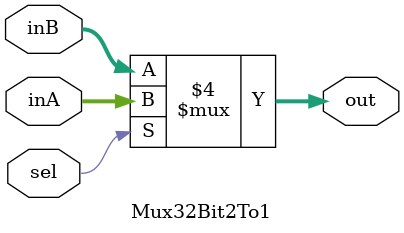
<source format=v>
`timescale 1ns / 1ps


module Mux32Bit2To1(out, inA, inB, sel);

    output reg [31:0] out;
    
    input [31:0] inA;
    input [31:0] inB;
    input sel;

    always @(sel, inA, inB) begin
        if (sel == 0) begin
            out <= inB;
        end else begin
            out <= inA;
        end
    end

endmodule

</source>
